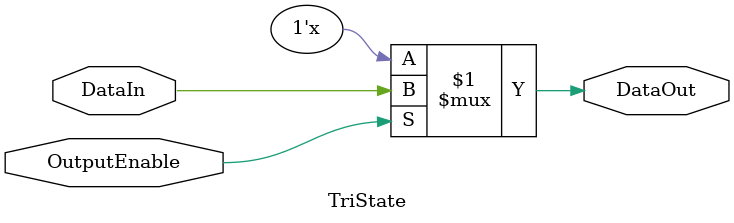
<source format=v>


`default_nettype none

module TriState (
	input  wire DataIn,
	input  wire OutputEnable,
	output wire DataOut
);
	
	assign DataOut = OutputEnable ? DataIn : 1'bZ;

endmodule

`default_nettype wire

</source>
